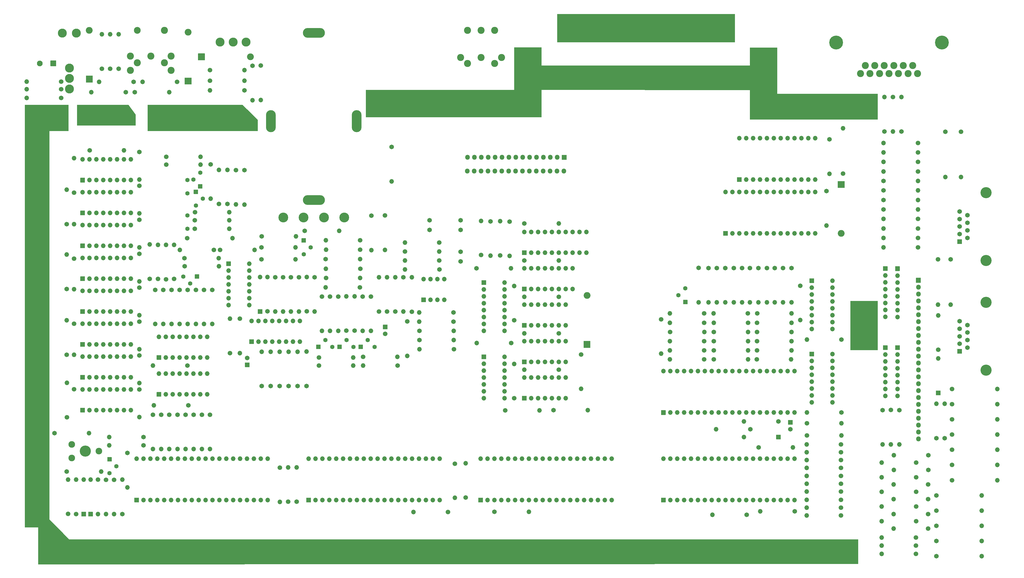
<source format=gbs>
G04 #@! TF.GenerationSoftware,KiCad,Pcbnew,(5.1.9-0-10_14)*
G04 #@! TF.CreationDate,2021-03-15T15:37:22+01:00*
G04 #@! TF.ProjectId,Atari800XL,41746172-6938-4303-9058-4c2e6b696361,rev?*
G04 #@! TF.SameCoordinates,Original*
G04 #@! TF.FileFunction,Soldermask,Bot*
G04 #@! TF.FilePolarity,Negative*
%FSLAX46Y46*%
G04 Gerber Fmt 4.6, Leading zero omitted, Abs format (unit mm)*
G04 Created by KiCad (PCBNEW (5.1.9-0-10_14)) date 2021-03-15 15:37:22*
%MOMM*%
%LPD*%
G01*
G04 APERTURE LIST*
%ADD10C,0.100000*%
%ADD11O,1.702000X1.702000*%
%ADD12C,1.702000*%
%ADD13C,4.102000*%
%ADD14C,3.302000*%
%ADD15C,1.602000*%
%ADD16C,3.602000*%
%ADD17O,3.602000X8.102000*%
%ADD18O,8.102000X3.602000*%
%ADD19C,2.602000*%
%ADD20C,5.102000*%
%ADD21C,2.442000*%
%ADD22O,1.802000X1.802000*%
%ADD23C,2.502000*%
%ADD24O,2.502000X2.502000*%
%ADD25C,2.102000*%
G04 APERTURE END LIST*
D10*
G36*
X221700000Y-47700000D02*
G01*
X298500000Y-47700000D01*
X298500000Y-41100000D01*
X308500000Y-41100000D01*
X308500000Y-58100000D01*
X345500000Y-58100000D01*
X345500000Y-67500000D01*
X298500000Y-67500000D01*
X298500000Y-56700000D01*
X221700000Y-56600000D01*
X221700000Y-66700000D01*
X157100000Y-66700000D01*
X157100000Y-56700000D01*
X211700000Y-56700000D01*
X211700000Y-41000000D01*
X221700000Y-41000000D01*
X221700000Y-47700000D01*
G37*
X221700000Y-47700000D02*
X298500000Y-47700000D01*
X298500000Y-41100000D01*
X308500000Y-41100000D01*
X308500000Y-58100000D01*
X345500000Y-58100000D01*
X345500000Y-67500000D01*
X298500000Y-67500000D01*
X298500000Y-56700000D01*
X221700000Y-56600000D01*
X221700000Y-66700000D01*
X157100000Y-66700000D01*
X157100000Y-56700000D01*
X211700000Y-56700000D01*
X211700000Y-41000000D01*
X221700000Y-41000000D01*
X221700000Y-47700000D01*
G36*
X345500000Y-152400000D02*
G01*
X335500000Y-152400000D01*
X335500000Y-134400000D01*
X345500000Y-134400000D01*
X345500000Y-152400000D01*
G37*
X345500000Y-152400000D02*
X335500000Y-152400000D01*
X335500000Y-134400000D01*
X345500000Y-134400000D01*
X345500000Y-152400000D01*
G36*
X117200000Y-67700000D02*
G01*
X117200000Y-71700000D01*
X76700000Y-71700000D01*
X76700000Y-62200000D01*
X111600000Y-62200000D01*
X117200000Y-67700000D01*
G37*
X117200000Y-67700000D02*
X117200000Y-71700000D01*
X76700000Y-71700000D01*
X76700000Y-62200000D01*
X111600000Y-62200000D01*
X117200000Y-67700000D01*
G36*
X72200000Y-65700000D02*
G01*
X72200000Y-69700000D01*
X50700000Y-69700000D01*
X50700000Y-62200000D01*
X69600000Y-62200000D01*
X72200000Y-65700000D01*
G37*
X72200000Y-65700000D02*
X72200000Y-69700000D01*
X50700000Y-69700000D01*
X50700000Y-62200000D01*
X69600000Y-62200000D01*
X72200000Y-65700000D01*
G36*
X292900000Y-39100000D02*
G01*
X227500000Y-39100000D01*
X227500000Y-28700000D01*
X292900000Y-28700000D01*
X292900000Y-39100000D01*
G37*
X292900000Y-39100000D02*
X227500000Y-39100000D01*
X227500000Y-28700000D01*
X292900000Y-28700000D01*
X292900000Y-39100000D01*
G36*
X47500000Y-71700000D02*
G01*
X40500000Y-71700000D01*
X40500000Y-214800000D01*
X47800000Y-222200000D01*
X338300000Y-222200000D01*
X338300000Y-231200000D01*
X36400000Y-231300000D01*
X36400000Y-217700000D01*
X31500000Y-217700000D01*
X31500000Y-62200000D01*
X47500000Y-62200000D01*
X47500000Y-71700000D01*
G37*
X47500000Y-71700000D02*
X40500000Y-71700000D01*
X40500000Y-214800000D01*
X47800000Y-222200000D01*
X338300000Y-222200000D01*
X338300000Y-231200000D01*
X36400000Y-231300000D01*
X36400000Y-217700000D01*
X31500000Y-217700000D01*
X31500000Y-62200000D01*
X47500000Y-62200000D01*
X47500000Y-71700000D01*
G36*
X221700000Y-47700000D02*
G01*
X298500000Y-47700000D01*
X298500000Y-41100000D01*
X308500000Y-41100000D01*
X308500000Y-58100000D01*
X345500000Y-58100000D01*
X345500000Y-67500000D01*
X298500000Y-67500000D01*
X298500000Y-56700000D01*
X221700000Y-56600000D01*
X221700000Y-66700000D01*
X157100000Y-66700000D01*
X157100000Y-56700000D01*
X211700000Y-56700000D01*
X211700000Y-41000000D01*
X221700000Y-41000000D01*
X221700000Y-47700000D01*
G37*
X221700000Y-47700000D02*
X298500000Y-47700000D01*
X298500000Y-41100000D01*
X308500000Y-41100000D01*
X308500000Y-58100000D01*
X345500000Y-58100000D01*
X345500000Y-67500000D01*
X298500000Y-67500000D01*
X298500000Y-56700000D01*
X221700000Y-56600000D01*
X221700000Y-66700000D01*
X157100000Y-66700000D01*
X157100000Y-56700000D01*
X211700000Y-56700000D01*
X211700000Y-41000000D01*
X221700000Y-41000000D01*
X221700000Y-47700000D01*
G36*
X345500000Y-152400000D02*
G01*
X335500000Y-152400000D01*
X335500000Y-134400000D01*
X345500000Y-134400000D01*
X345500000Y-152400000D01*
G37*
X345500000Y-152400000D02*
X335500000Y-152400000D01*
X335500000Y-134400000D01*
X345500000Y-134400000D01*
X345500000Y-152400000D01*
G36*
X117200000Y-67700000D02*
G01*
X117200000Y-71700000D01*
X76700000Y-71700000D01*
X76700000Y-62200000D01*
X111600000Y-62200000D01*
X117200000Y-67700000D01*
G37*
X117200000Y-67700000D02*
X117200000Y-71700000D01*
X76700000Y-71700000D01*
X76700000Y-62200000D01*
X111600000Y-62200000D01*
X117200000Y-67700000D01*
G36*
X72200000Y-65700000D02*
G01*
X72200000Y-69700000D01*
X50700000Y-69700000D01*
X50700000Y-62200000D01*
X69600000Y-62200000D01*
X72200000Y-65700000D01*
G37*
X72200000Y-65700000D02*
X72200000Y-69700000D01*
X50700000Y-69700000D01*
X50700000Y-62200000D01*
X69600000Y-62200000D01*
X72200000Y-65700000D01*
G36*
X292900000Y-39100000D02*
G01*
X227500000Y-39100000D01*
X227500000Y-28700000D01*
X292900000Y-28700000D01*
X292900000Y-39100000D01*
G37*
X292900000Y-39100000D02*
X227500000Y-39100000D01*
X227500000Y-28700000D01*
X292900000Y-28700000D01*
X292900000Y-39100000D01*
G36*
X47500000Y-71700000D02*
G01*
X40500000Y-71700000D01*
X40500000Y-214800000D01*
X47800000Y-222200000D01*
X338300000Y-222200000D01*
X338300000Y-231200000D01*
X36400000Y-231300000D01*
X36400000Y-217700000D01*
X31500000Y-217700000D01*
X31500000Y-62200000D01*
X47500000Y-62200000D01*
X47500000Y-71700000D01*
G37*
X47500000Y-71700000D02*
X40500000Y-71700000D01*
X40500000Y-214800000D01*
X47800000Y-222200000D01*
X338300000Y-222200000D01*
X338300000Y-231200000D01*
X36400000Y-231300000D01*
X36400000Y-217700000D01*
X31500000Y-217700000D01*
X31500000Y-62200000D01*
X47500000Y-62200000D01*
X47500000Y-71700000D01*
D11*
X52800000Y-94380000D03*
X70580000Y-102000000D03*
X55340000Y-94380000D03*
X68040000Y-102000000D03*
X57880000Y-94380000D03*
X65500000Y-102000000D03*
X60420000Y-94380000D03*
X62960000Y-102000000D03*
X62960000Y-94380000D03*
X60420000Y-102000000D03*
X65500000Y-94380000D03*
X57880000Y-102000000D03*
X68040000Y-94380000D03*
X55340000Y-102000000D03*
X70580000Y-94380000D03*
G36*
G01*
X53600000Y-102851000D02*
X52000000Y-102851000D01*
G75*
G02*
X51949000Y-102800000I0J51000D01*
G01*
X51949000Y-101200000D01*
G75*
G02*
X52000000Y-101149000I51000J0D01*
G01*
X53600000Y-101149000D01*
G75*
G02*
X53651000Y-101200000I0J-51000D01*
G01*
X53651000Y-102800000D01*
G75*
G02*
X53600000Y-102851000I-51000J0D01*
G01*
G37*
X136000000Y-192460000D03*
X184260000Y-207700000D03*
X138540000Y-192460000D03*
X181720000Y-207700000D03*
X141080000Y-192460000D03*
X179180000Y-207700000D03*
X143620000Y-192460000D03*
X176640000Y-207700000D03*
X146160000Y-192460000D03*
X174100000Y-207700000D03*
X148700000Y-192460000D03*
X171560000Y-207700000D03*
X151240000Y-192460000D03*
X169020000Y-207700000D03*
X153780000Y-192460000D03*
X166480000Y-207700000D03*
X156320000Y-192460000D03*
X163940000Y-207700000D03*
X158860000Y-192460000D03*
X161400000Y-207700000D03*
X161400000Y-192460000D03*
X158860000Y-207700000D03*
X163940000Y-192460000D03*
X156320000Y-207700000D03*
X166480000Y-192460000D03*
X153780000Y-207700000D03*
X169020000Y-192460000D03*
X151240000Y-207700000D03*
X171560000Y-192460000D03*
X148700000Y-207700000D03*
X174100000Y-192460000D03*
X146160000Y-207700000D03*
X176640000Y-192460000D03*
X143620000Y-207700000D03*
X179180000Y-192460000D03*
X141080000Y-207700000D03*
X181720000Y-192460000D03*
X138540000Y-207700000D03*
X184260000Y-192460000D03*
G36*
G01*
X136800000Y-208551000D02*
X135200000Y-208551000D01*
G75*
G02*
X135149000Y-208500000I0J51000D01*
G01*
X135149000Y-206900000D01*
G75*
G02*
X135200000Y-206849000I51000J0D01*
G01*
X136800000Y-206849000D01*
G75*
G02*
X136851000Y-206900000I0J-51000D01*
G01*
X136851000Y-208500000D01*
G75*
G02*
X136800000Y-208551000I-51000J0D01*
G01*
G37*
X269000000Y-155900000D03*
D12*
X281600000Y-155900000D03*
D11*
X269000000Y-142400000D03*
D12*
X281600000Y-142400000D03*
D11*
X351400000Y-218200000D03*
D12*
X364100000Y-218200000D03*
D11*
X319400000Y-204600000D03*
D12*
X332000000Y-204600000D03*
D11*
X350400000Y-187200000D03*
D12*
X350400000Y-174500000D03*
D11*
X389600000Y-200400000D03*
D12*
X372900000Y-200400000D03*
D11*
X389600000Y-194800000D03*
D12*
X372900000Y-194800000D03*
D11*
X389600000Y-183600000D03*
D12*
X372900000Y-183600000D03*
D11*
X389600000Y-189200000D03*
D12*
X372900000Y-189200000D03*
D13*
X385400000Y-94500000D03*
X385400000Y-119500000D03*
D12*
X378540000Y-102845000D03*
X378540000Y-105615000D03*
X378540000Y-108385000D03*
X378540000Y-111155000D03*
X375700000Y-101460000D03*
X375700000Y-104230000D03*
X375700000Y-107000000D03*
X375700000Y-109770000D03*
G36*
G01*
X376500000Y-113391000D02*
X374900000Y-113391000D01*
G75*
G02*
X374849000Y-113340000I0J51000D01*
G01*
X374849000Y-111740000D01*
G75*
G02*
X374900000Y-111689000I51000J0D01*
G01*
X376500000Y-111689000D01*
G75*
G02*
X376551000Y-111740000I0J-51000D01*
G01*
X376551000Y-113340000D01*
G75*
G02*
X376500000Y-113391000I-51000J0D01*
G01*
G37*
D11*
X352800000Y-169360000D03*
X352800000Y-166820000D03*
X352800000Y-164280000D03*
X352800000Y-161740000D03*
X352800000Y-159200000D03*
X352800000Y-156660000D03*
X352800000Y-154120000D03*
G36*
G01*
X352000000Y-150729000D02*
X353600000Y-150729000D01*
G75*
G02*
X353651000Y-150780000I0J-51000D01*
G01*
X353651000Y-152380000D01*
G75*
G02*
X353600000Y-152431000I-51000J0D01*
G01*
X352000000Y-152431000D01*
G75*
G02*
X351949000Y-152380000I0J51000D01*
G01*
X351949000Y-150780000D01*
G75*
G02*
X352000000Y-150729000I51000J0D01*
G01*
G37*
D14*
X50450000Y-35800000D03*
X45350000Y-35800000D03*
X47900000Y-48600000D03*
X47900000Y-52400000D03*
X47900000Y-56300000D03*
D11*
X73700000Y-139660000D03*
D12*
X73700000Y-129500000D03*
D11*
X73700000Y-152160000D03*
D12*
X73700000Y-142000000D03*
D11*
X73700000Y-164660000D03*
D12*
X73700000Y-154500000D03*
D11*
X73700000Y-177160000D03*
D12*
X73700000Y-167000000D03*
D11*
X73700000Y-127160000D03*
D12*
X73700000Y-117000000D03*
D11*
X73700000Y-114660000D03*
D12*
X73700000Y-104500000D03*
D11*
X73700000Y-102160000D03*
D12*
X73700000Y-92000000D03*
D11*
X73700000Y-89660000D03*
D12*
X73700000Y-79500000D03*
G36*
G01*
X96901000Y-91450000D02*
X96901000Y-92950000D01*
G75*
G02*
X96850000Y-93001000I-51000J0D01*
G01*
X95350000Y-93001000D01*
G75*
G02*
X95299000Y-92950000I0J51000D01*
G01*
X95299000Y-91450000D01*
G75*
G02*
X95350000Y-91399000I51000J0D01*
G01*
X96850000Y-91399000D01*
G75*
G02*
X96901000Y-91450000I0J-51000D01*
G01*
G37*
D15*
X96100000Y-87120000D03*
X93560000Y-89660000D03*
G36*
G01*
X93699000Y-94950000D02*
X93699000Y-93450000D01*
G75*
G02*
X93750000Y-93399000I51000J0D01*
G01*
X95250000Y-93399000D01*
G75*
G02*
X95301000Y-93450000I0J-51000D01*
G01*
X95301000Y-94950000D01*
G75*
G02*
X95250000Y-95001000I-51000J0D01*
G01*
X93750000Y-95001000D01*
G75*
G02*
X93699000Y-94950000I0J51000D01*
G01*
G37*
X94500000Y-99280000D03*
X97040000Y-96740000D03*
D11*
X313800000Y-139000000D03*
D12*
X301200000Y-139000000D03*
D16*
X149150000Y-103700000D03*
X141650000Y-103700000D03*
X134150000Y-103700000D03*
X126650000Y-103700000D03*
D17*
X122100000Y-68200000D03*
X153700000Y-68200000D03*
D18*
X137900000Y-97200000D03*
X137900000Y-35700000D03*
G36*
G01*
X275501000Y-134050000D02*
X275501000Y-135550000D01*
G75*
G02*
X275450000Y-135601000I-51000J0D01*
G01*
X273950000Y-135601000D01*
G75*
G02*
X273899000Y-135550000I0J51000D01*
G01*
X273899000Y-134050000D01*
G75*
G02*
X273950000Y-133999000I51000J0D01*
G01*
X275450000Y-133999000D01*
G75*
G02*
X275501000Y-134050000I0J-51000D01*
G01*
G37*
D15*
X274700000Y-129720000D03*
X272160000Y-132260000D03*
D11*
X332200000Y-183900000D03*
D12*
X319500000Y-183900000D03*
D19*
X360200000Y-50700000D03*
X356700000Y-50700000D03*
X353200000Y-50700000D03*
X349700000Y-50700000D03*
X346200000Y-50700000D03*
X342700000Y-50700000D03*
X339200000Y-50700000D03*
X358450000Y-47700000D03*
X354950000Y-47700000D03*
X351450000Y-47700000D03*
X347950000Y-47700000D03*
X344450000Y-47700000D03*
X340950000Y-47700000D03*
D20*
X369200000Y-39200000D03*
X330200000Y-39200000D03*
D15*
X91350000Y-107800000D03*
X91350000Y-102900000D03*
X91350000Y-94800000D03*
X91350000Y-89900000D03*
D11*
X106800000Y-101700000D03*
D12*
X94200000Y-101700000D03*
D11*
X215400000Y-135780000D03*
X230640000Y-143400000D03*
X217940000Y-135780000D03*
X228100000Y-143400000D03*
X220480000Y-135780000D03*
X225560000Y-143400000D03*
X223020000Y-135780000D03*
X223020000Y-143400000D03*
X225560000Y-135780000D03*
X220480000Y-143400000D03*
X228100000Y-135780000D03*
X217940000Y-143400000D03*
X230640000Y-135780000D03*
G36*
G01*
X216200000Y-144251000D02*
X214600000Y-144251000D01*
G75*
G02*
X214549000Y-144200000I0J51000D01*
G01*
X214549000Y-142600000D01*
G75*
G02*
X214600000Y-142549000I51000J0D01*
G01*
X216200000Y-142549000D01*
G75*
G02*
X216251000Y-142600000I0J-51000D01*
G01*
X216251000Y-144200000D01*
G75*
G02*
X216200000Y-144251000I-51000J0D01*
G01*
G37*
X208120000Y-154960000D03*
X200500000Y-170200000D03*
X208120000Y-157500000D03*
X200500000Y-167660000D03*
X208120000Y-160040000D03*
X200500000Y-165120000D03*
X208120000Y-162580000D03*
X200500000Y-162580000D03*
X208120000Y-165120000D03*
X200500000Y-160040000D03*
X208120000Y-167660000D03*
X200500000Y-157500000D03*
X208120000Y-170200000D03*
G36*
G01*
X199649000Y-155760000D02*
X199649000Y-154160000D01*
G75*
G02*
X199700000Y-154109000I51000J0D01*
G01*
X201300000Y-154109000D01*
G75*
G02*
X201351000Y-154160000I0J-51000D01*
G01*
X201351000Y-155760000D01*
G75*
G02*
X201300000Y-155811000I-51000J0D01*
G01*
X199700000Y-155811000D01*
G75*
G02*
X199649000Y-155760000I0J51000D01*
G01*
G37*
X208120000Y-127620000D03*
X200500000Y-145400000D03*
X208120000Y-130160000D03*
X200500000Y-142860000D03*
X208120000Y-132700000D03*
X200500000Y-140320000D03*
X208120000Y-135240000D03*
X200500000Y-137780000D03*
X208120000Y-137780000D03*
X200500000Y-135240000D03*
X208120000Y-140320000D03*
X200500000Y-132700000D03*
X208120000Y-142860000D03*
X200500000Y-130160000D03*
X208120000Y-145400000D03*
G36*
G01*
X199649000Y-128420000D02*
X199649000Y-126820000D01*
G75*
G02*
X199700000Y-126769000I51000J0D01*
G01*
X201300000Y-126769000D01*
G75*
G02*
X201351000Y-126820000I0J-51000D01*
G01*
X201351000Y-128420000D01*
G75*
G02*
X201300000Y-128471000I-51000J0D01*
G01*
X199700000Y-128471000D01*
G75*
G02*
X199649000Y-128420000I0J51000D01*
G01*
G37*
X80900000Y-147580000D03*
X98680000Y-155200000D03*
X83440000Y-147580000D03*
X96140000Y-155200000D03*
X85980000Y-147580000D03*
X93600000Y-155200000D03*
X88520000Y-147580000D03*
X91060000Y-155200000D03*
X91060000Y-147580000D03*
X88520000Y-155200000D03*
X93600000Y-147580000D03*
X85980000Y-155200000D03*
X96140000Y-147580000D03*
X83440000Y-155200000D03*
X98680000Y-147580000D03*
G36*
G01*
X81700000Y-156051000D02*
X80100000Y-156051000D01*
G75*
G02*
X80049000Y-156000000I0J51000D01*
G01*
X80049000Y-154400000D01*
G75*
G02*
X80100000Y-154349000I51000J0D01*
G01*
X81700000Y-154349000D01*
G75*
G02*
X81751000Y-154400000I0J-51000D01*
G01*
X81751000Y-156000000D01*
G75*
G02*
X81700000Y-156051000I-51000J0D01*
G01*
G37*
X80900000Y-161180000D03*
X98680000Y-168800000D03*
X83440000Y-161180000D03*
X96140000Y-168800000D03*
X85980000Y-161180000D03*
X93600000Y-168800000D03*
X88520000Y-161180000D03*
X91060000Y-168800000D03*
X91060000Y-161180000D03*
X88520000Y-168800000D03*
X93600000Y-161180000D03*
X85980000Y-168800000D03*
X96140000Y-161180000D03*
X83440000Y-168800000D03*
X98680000Y-161180000D03*
G36*
G01*
X81700000Y-169651000D02*
X80100000Y-169651000D01*
G75*
G02*
X80049000Y-169600000I0J51000D01*
G01*
X80049000Y-168000000D01*
G75*
G02*
X80100000Y-167949000I51000J0D01*
G01*
X81700000Y-167949000D01*
G75*
G02*
X81751000Y-168000000I0J-51000D01*
G01*
X81751000Y-169600000D01*
G75*
G02*
X81700000Y-169651000I-51000J0D01*
G01*
G37*
X328900000Y-126920000D03*
X321280000Y-144700000D03*
X328900000Y-129460000D03*
X321280000Y-142160000D03*
X328900000Y-132000000D03*
X321280000Y-139620000D03*
X328900000Y-134540000D03*
X321280000Y-137080000D03*
X328900000Y-137080000D03*
X321280000Y-134540000D03*
X328900000Y-139620000D03*
X321280000Y-132000000D03*
X328900000Y-142160000D03*
X321280000Y-129460000D03*
X328900000Y-144700000D03*
G36*
G01*
X320429000Y-127720000D02*
X320429000Y-126120000D01*
G75*
G02*
X320480000Y-126069000I51000J0D01*
G01*
X322080000Y-126069000D01*
G75*
G02*
X322131000Y-126120000I0J-51000D01*
G01*
X322131000Y-127720000D01*
G75*
G02*
X322080000Y-127771000I-51000J0D01*
G01*
X320480000Y-127771000D01*
G75*
G02*
X320429000Y-127720000I0J51000D01*
G01*
G37*
X328900000Y-153920000D03*
X321280000Y-171700000D03*
X328900000Y-156460000D03*
X321280000Y-169160000D03*
X328900000Y-159000000D03*
X321280000Y-166620000D03*
X328900000Y-161540000D03*
X321280000Y-164080000D03*
X328900000Y-164080000D03*
X321280000Y-161540000D03*
X328900000Y-166620000D03*
X321280000Y-159000000D03*
X328900000Y-169160000D03*
X321280000Y-156460000D03*
X328900000Y-171700000D03*
G36*
G01*
X320429000Y-154720000D02*
X320429000Y-153120000D01*
G75*
G02*
X320480000Y-153069000I51000J0D01*
G01*
X322080000Y-153069000D01*
G75*
G02*
X322131000Y-153120000I0J-51000D01*
G01*
X322131000Y-154720000D01*
G75*
G02*
X322080000Y-154771000I-51000J0D01*
G01*
X320480000Y-154771000D01*
G75*
G02*
X320429000Y-154720000I0J51000D01*
G01*
G37*
X266600000Y-192460000D03*
X314860000Y-207700000D03*
X269140000Y-192460000D03*
X312320000Y-207700000D03*
X271680000Y-192460000D03*
X309780000Y-207700000D03*
X274220000Y-192460000D03*
X307240000Y-207700000D03*
X276760000Y-192460000D03*
X304700000Y-207700000D03*
X279300000Y-192460000D03*
X302160000Y-207700000D03*
X281840000Y-192460000D03*
X299620000Y-207700000D03*
X284380000Y-192460000D03*
X297080000Y-207700000D03*
X286920000Y-192460000D03*
X294540000Y-207700000D03*
X289460000Y-192460000D03*
X292000000Y-207700000D03*
X292000000Y-192460000D03*
X289460000Y-207700000D03*
X294540000Y-192460000D03*
X286920000Y-207700000D03*
X297080000Y-192460000D03*
X284380000Y-207700000D03*
X299620000Y-192460000D03*
X281840000Y-207700000D03*
X302160000Y-192460000D03*
X279300000Y-207700000D03*
X304700000Y-192460000D03*
X276760000Y-207700000D03*
X307240000Y-192460000D03*
X274220000Y-207700000D03*
X309780000Y-192460000D03*
X271680000Y-207700000D03*
X312320000Y-192460000D03*
X269140000Y-207700000D03*
X314860000Y-192460000D03*
G36*
G01*
X267400000Y-208551000D02*
X265800000Y-208551000D01*
G75*
G02*
X265749000Y-208500000I0J51000D01*
G01*
X265749000Y-206900000D01*
G75*
G02*
X265800000Y-206849000I51000J0D01*
G01*
X267400000Y-206849000D01*
G75*
G02*
X267451000Y-206900000I0J-51000D01*
G01*
X267451000Y-208500000D01*
G75*
G02*
X267400000Y-208551000I-51000J0D01*
G01*
G37*
X266600000Y-160260000D03*
X314860000Y-175500000D03*
X269140000Y-160260000D03*
X312320000Y-175500000D03*
X271680000Y-160260000D03*
X309780000Y-175500000D03*
X274220000Y-160260000D03*
X307240000Y-175500000D03*
X276760000Y-160260000D03*
X304700000Y-175500000D03*
X279300000Y-160260000D03*
X302160000Y-175500000D03*
X281840000Y-160260000D03*
X299620000Y-175500000D03*
X284380000Y-160260000D03*
X297080000Y-175500000D03*
X286920000Y-160260000D03*
X294540000Y-175500000D03*
X289460000Y-160260000D03*
X292000000Y-175500000D03*
X292000000Y-160260000D03*
X289460000Y-175500000D03*
X294540000Y-160260000D03*
X286920000Y-175500000D03*
X297080000Y-160260000D03*
X284380000Y-175500000D03*
X299620000Y-160260000D03*
X281840000Y-175500000D03*
X302160000Y-160260000D03*
X279300000Y-175500000D03*
X304700000Y-160260000D03*
X276760000Y-175500000D03*
X307240000Y-160260000D03*
X274220000Y-175500000D03*
X309780000Y-160260000D03*
X271680000Y-175500000D03*
X312320000Y-160260000D03*
X269140000Y-175500000D03*
X314860000Y-160260000D03*
G36*
G01*
X267400000Y-176351000D02*
X265800000Y-176351000D01*
G75*
G02*
X265749000Y-176300000I0J51000D01*
G01*
X265749000Y-174700000D01*
G75*
G02*
X265800000Y-174649000I51000J0D01*
G01*
X267400000Y-174649000D01*
G75*
G02*
X267451000Y-174700000I0J-51000D01*
G01*
X267451000Y-176300000D01*
G75*
G02*
X267400000Y-176351000I-51000J0D01*
G01*
G37*
X114120000Y-120660000D03*
X106500000Y-135900000D03*
X114120000Y-123200000D03*
X106500000Y-133360000D03*
X114120000Y-125740000D03*
X106500000Y-130820000D03*
X114120000Y-128280000D03*
X106500000Y-128280000D03*
X114120000Y-130820000D03*
X106500000Y-125740000D03*
X114120000Y-133360000D03*
X106500000Y-123200000D03*
X114120000Y-135900000D03*
G36*
G01*
X105649000Y-121460000D02*
X105649000Y-119860000D01*
G75*
G02*
X105700000Y-119809000I51000J0D01*
G01*
X107300000Y-119809000D01*
G75*
G02*
X107351000Y-119860000I0J-51000D01*
G01*
X107351000Y-121460000D01*
G75*
G02*
X107300000Y-121511000I-51000J0D01*
G01*
X105700000Y-121511000D01*
G75*
G02*
X105649000Y-121460000I0J51000D01*
G01*
G37*
G36*
G01*
X115800000Y-150251000D02*
X114200000Y-150251000D01*
G75*
G02*
X114149000Y-150200000I0J51000D01*
G01*
X114149000Y-148600000D01*
G75*
G02*
X114200000Y-148549000I51000J0D01*
G01*
X115800000Y-148549000D01*
G75*
G02*
X115851000Y-148600000I0J-51000D01*
G01*
X115851000Y-150200000D01*
G75*
G02*
X115800000Y-150251000I-51000J0D01*
G01*
G37*
X132780000Y-141780000D03*
X117540000Y-149400000D03*
X130240000Y-141780000D03*
X120080000Y-149400000D03*
X127700000Y-141780000D03*
X122620000Y-149400000D03*
X125160000Y-141780000D03*
X125160000Y-149400000D03*
X122620000Y-141780000D03*
X127700000Y-149400000D03*
X120080000Y-141780000D03*
X130240000Y-149400000D03*
X117540000Y-141780000D03*
X132780000Y-149400000D03*
X115000000Y-141780000D03*
G36*
G01*
X216200000Y-157651000D02*
X214600000Y-157651000D01*
G75*
G02*
X214549000Y-157600000I0J51000D01*
G01*
X214549000Y-156000000D01*
G75*
G02*
X214600000Y-155949000I51000J0D01*
G01*
X216200000Y-155949000D01*
G75*
G02*
X216251000Y-156000000I0J-51000D01*
G01*
X216251000Y-157600000D01*
G75*
G02*
X216200000Y-157651000I-51000J0D01*
G01*
G37*
X230640000Y-149180000D03*
X217940000Y-156800000D03*
X228100000Y-149180000D03*
X220480000Y-156800000D03*
X225560000Y-149180000D03*
X223020000Y-156800000D03*
X223020000Y-149180000D03*
X225560000Y-156800000D03*
X220480000Y-149180000D03*
X228100000Y-156800000D03*
X217940000Y-149180000D03*
X230640000Y-156800000D03*
X215400000Y-149180000D03*
X215400000Y-162580000D03*
X230640000Y-170200000D03*
X217940000Y-162580000D03*
X228100000Y-170200000D03*
X220480000Y-162580000D03*
X225560000Y-170200000D03*
X223020000Y-162580000D03*
X223020000Y-170200000D03*
X225560000Y-162580000D03*
X220480000Y-170200000D03*
X228100000Y-162580000D03*
X217940000Y-170200000D03*
X230640000Y-162580000D03*
G36*
G01*
X216200000Y-171051000D02*
X214600000Y-171051000D01*
G75*
G02*
X214549000Y-171000000I0J51000D01*
G01*
X214549000Y-169400000D01*
G75*
G02*
X214600000Y-169349000I51000J0D01*
G01*
X216200000Y-169349000D01*
G75*
G02*
X216251000Y-169400000I0J-51000D01*
G01*
X216251000Y-171000000D01*
G75*
G02*
X216200000Y-171051000I-51000J0D01*
G01*
G37*
X72700000Y-192460000D03*
X120960000Y-207700000D03*
X75240000Y-192460000D03*
X118420000Y-207700000D03*
X77780000Y-192460000D03*
X115880000Y-207700000D03*
X80320000Y-192460000D03*
X113340000Y-207700000D03*
X82860000Y-192460000D03*
X110800000Y-207700000D03*
X85400000Y-192460000D03*
X108260000Y-207700000D03*
X87940000Y-192460000D03*
X105720000Y-207700000D03*
X90480000Y-192460000D03*
X103180000Y-207700000D03*
X93020000Y-192460000D03*
X100640000Y-207700000D03*
X95560000Y-192460000D03*
X98100000Y-207700000D03*
X98100000Y-192460000D03*
X95560000Y-207700000D03*
X100640000Y-192460000D03*
X93020000Y-207700000D03*
X103180000Y-192460000D03*
X90480000Y-207700000D03*
X105720000Y-192460000D03*
X87940000Y-207700000D03*
X108260000Y-192460000D03*
X85400000Y-207700000D03*
X110800000Y-192460000D03*
X82860000Y-207700000D03*
X113340000Y-192460000D03*
X80320000Y-207700000D03*
X115880000Y-192460000D03*
X77780000Y-207700000D03*
X118420000Y-192460000D03*
X75240000Y-207700000D03*
X120960000Y-192460000D03*
G36*
G01*
X73500000Y-208551000D02*
X71900000Y-208551000D01*
G75*
G02*
X71849000Y-208500000I0J51000D01*
G01*
X71849000Y-206900000D01*
G75*
G02*
X71900000Y-206849000I51000J0D01*
G01*
X73500000Y-206849000D01*
G75*
G02*
X73551000Y-206900000I0J-51000D01*
G01*
X73551000Y-208500000D01*
G75*
G02*
X73500000Y-208551000I-51000J0D01*
G01*
G37*
X52800000Y-130680000D03*
X70580000Y-138300000D03*
X55340000Y-130680000D03*
X68040000Y-138300000D03*
X57880000Y-130680000D03*
X65500000Y-138300000D03*
X60420000Y-130680000D03*
X62960000Y-138300000D03*
X62960000Y-130680000D03*
X60420000Y-138300000D03*
X65500000Y-130680000D03*
X57880000Y-138300000D03*
X68040000Y-130680000D03*
X55340000Y-138300000D03*
X70580000Y-130680000D03*
G36*
G01*
X53600000Y-139151000D02*
X52000000Y-139151000D01*
G75*
G02*
X51949000Y-139100000I0J51000D01*
G01*
X51949000Y-137500000D01*
G75*
G02*
X52000000Y-137449000I51000J0D01*
G01*
X53600000Y-137449000D01*
G75*
G02*
X53651000Y-137500000I0J-51000D01*
G01*
X53651000Y-139100000D01*
G75*
G02*
X53600000Y-139151000I-51000J0D01*
G01*
G37*
X52800000Y-142780000D03*
X70580000Y-150400000D03*
X55340000Y-142780000D03*
X68040000Y-150400000D03*
X57880000Y-142780000D03*
X65500000Y-150400000D03*
X60420000Y-142780000D03*
X62960000Y-150400000D03*
X62960000Y-142780000D03*
X60420000Y-150400000D03*
X65500000Y-142780000D03*
X57880000Y-150400000D03*
X68040000Y-142780000D03*
X55340000Y-150400000D03*
X70580000Y-142780000D03*
G36*
G01*
X53600000Y-151251000D02*
X52000000Y-151251000D01*
G75*
G02*
X51949000Y-151200000I0J51000D01*
G01*
X51949000Y-149600000D01*
G75*
G02*
X52000000Y-149549000I51000J0D01*
G01*
X53600000Y-149549000D01*
G75*
G02*
X53651000Y-149600000I0J-51000D01*
G01*
X53651000Y-151200000D01*
G75*
G02*
X53600000Y-151251000I-51000J0D01*
G01*
G37*
X52800000Y-154880000D03*
X70580000Y-162500000D03*
X55340000Y-154880000D03*
X68040000Y-162500000D03*
X57880000Y-154880000D03*
X65500000Y-162500000D03*
X60420000Y-154880000D03*
X62960000Y-162500000D03*
X62960000Y-154880000D03*
X60420000Y-162500000D03*
X65500000Y-154880000D03*
X57880000Y-162500000D03*
X68040000Y-154880000D03*
X55340000Y-162500000D03*
X70580000Y-154880000D03*
G36*
G01*
X53600000Y-163351000D02*
X52000000Y-163351000D01*
G75*
G02*
X51949000Y-163300000I0J51000D01*
G01*
X51949000Y-161700000D01*
G75*
G02*
X52000000Y-161649000I51000J0D01*
G01*
X53600000Y-161649000D01*
G75*
G02*
X53651000Y-161700000I0J-51000D01*
G01*
X53651000Y-163300000D01*
G75*
G02*
X53600000Y-163351000I-51000J0D01*
G01*
G37*
X52800000Y-166980000D03*
X70580000Y-174600000D03*
X55340000Y-166980000D03*
X68040000Y-174600000D03*
X57880000Y-166980000D03*
X65500000Y-174600000D03*
X60420000Y-166980000D03*
X62960000Y-174600000D03*
X62960000Y-166980000D03*
X60420000Y-174600000D03*
X65500000Y-166980000D03*
X57880000Y-174600000D03*
X68040000Y-166980000D03*
X55340000Y-174600000D03*
X70580000Y-166980000D03*
G36*
G01*
X53600000Y-175451000D02*
X52000000Y-175451000D01*
G75*
G02*
X51949000Y-175400000I0J51000D01*
G01*
X51949000Y-173800000D01*
G75*
G02*
X52000000Y-173749000I51000J0D01*
G01*
X53600000Y-173749000D01*
G75*
G02*
X53651000Y-173800000I0J-51000D01*
G01*
X53651000Y-175400000D01*
G75*
G02*
X53600000Y-175451000I-51000J0D01*
G01*
G37*
X52800000Y-118580000D03*
X70580000Y-126200000D03*
X55340000Y-118580000D03*
X68040000Y-126200000D03*
X57880000Y-118580000D03*
X65500000Y-126200000D03*
X60420000Y-118580000D03*
X62960000Y-126200000D03*
X62960000Y-118580000D03*
X60420000Y-126200000D03*
X65500000Y-118580000D03*
X57880000Y-126200000D03*
X68040000Y-118580000D03*
X55340000Y-126200000D03*
X70580000Y-118580000D03*
G36*
G01*
X53600000Y-127051000D02*
X52000000Y-127051000D01*
G75*
G02*
X51949000Y-127000000I0J51000D01*
G01*
X51949000Y-125400000D01*
G75*
G02*
X52000000Y-125349000I51000J0D01*
G01*
X53600000Y-125349000D01*
G75*
G02*
X53651000Y-125400000I0J-51000D01*
G01*
X53651000Y-127000000D01*
G75*
G02*
X53600000Y-127051000I-51000J0D01*
G01*
G37*
X52800000Y-106480000D03*
X70580000Y-114100000D03*
X55340000Y-106480000D03*
X68040000Y-114100000D03*
X57880000Y-106480000D03*
X65500000Y-114100000D03*
X60420000Y-106480000D03*
X62960000Y-114100000D03*
X62960000Y-106480000D03*
X60420000Y-114100000D03*
X65500000Y-106480000D03*
X57880000Y-114100000D03*
X68040000Y-106480000D03*
X55340000Y-114100000D03*
X70580000Y-106480000D03*
G36*
G01*
X53600000Y-114951000D02*
X52000000Y-114951000D01*
G75*
G02*
X51949000Y-114900000I0J51000D01*
G01*
X51949000Y-113300000D01*
G75*
G02*
X52000000Y-113249000I51000J0D01*
G01*
X53600000Y-113249000D01*
G75*
G02*
X53651000Y-113300000I0J-51000D01*
G01*
X53651000Y-114900000D01*
G75*
G02*
X53600000Y-114951000I-51000J0D01*
G01*
G37*
X52800000Y-82280000D03*
X70580000Y-89900000D03*
X55340000Y-82280000D03*
X68040000Y-89900000D03*
X57880000Y-82280000D03*
X65500000Y-89900000D03*
X60420000Y-82280000D03*
X62960000Y-89900000D03*
X62960000Y-82280000D03*
X60420000Y-89900000D03*
X65500000Y-82280000D03*
X57880000Y-89900000D03*
X68040000Y-82280000D03*
X55340000Y-89900000D03*
X70580000Y-82280000D03*
G36*
G01*
X53600000Y-90751000D02*
X52000000Y-90751000D01*
G75*
G02*
X51949000Y-90700000I0J51000D01*
G01*
X51949000Y-89100000D01*
G75*
G02*
X52000000Y-89049000I51000J0D01*
G01*
X53600000Y-89049000D01*
G75*
G02*
X53651000Y-89100000I0J-51000D01*
G01*
X53651000Y-90700000D01*
G75*
G02*
X53600000Y-90751000I-51000J0D01*
G01*
G37*
X199300000Y-192460000D03*
X247560000Y-207700000D03*
X201840000Y-192460000D03*
X245020000Y-207700000D03*
X204380000Y-192460000D03*
X242480000Y-207700000D03*
X206920000Y-192460000D03*
X239940000Y-207700000D03*
X209460000Y-192460000D03*
X237400000Y-207700000D03*
X212000000Y-192460000D03*
X234860000Y-207700000D03*
X214540000Y-192460000D03*
X232320000Y-207700000D03*
X217080000Y-192460000D03*
X229780000Y-207700000D03*
X219620000Y-192460000D03*
X227240000Y-207700000D03*
X222160000Y-192460000D03*
X224700000Y-207700000D03*
X224700000Y-192460000D03*
X222160000Y-207700000D03*
X227240000Y-192460000D03*
X219620000Y-207700000D03*
X229780000Y-192460000D03*
X217080000Y-207700000D03*
X232320000Y-192460000D03*
X214540000Y-207700000D03*
X234860000Y-192460000D03*
X212000000Y-207700000D03*
X237400000Y-192460000D03*
X209460000Y-207700000D03*
X239940000Y-192460000D03*
X206920000Y-207700000D03*
X242480000Y-192460000D03*
X204380000Y-207700000D03*
X245020000Y-192460000D03*
X201840000Y-207700000D03*
X247560000Y-192460000D03*
G36*
G01*
X200100000Y-208551000D02*
X198500000Y-208551000D01*
G75*
G02*
X198449000Y-208500000I0J51000D01*
G01*
X198449000Y-206900000D01*
G75*
G02*
X198500000Y-206849000I51000J0D01*
G01*
X200100000Y-206849000D01*
G75*
G02*
X200151000Y-206900000I0J-51000D01*
G01*
X200151000Y-208500000D01*
G75*
G02*
X200100000Y-208551000I-51000J0D01*
G01*
G37*
X289480000Y-94260000D03*
X322500000Y-109500000D03*
X292020000Y-94260000D03*
X319960000Y-109500000D03*
X294560000Y-94260000D03*
X317420000Y-109500000D03*
X297100000Y-94260000D03*
X314880000Y-109500000D03*
X299640000Y-94260000D03*
X312340000Y-109500000D03*
X302180000Y-94260000D03*
X309800000Y-109500000D03*
X304720000Y-94260000D03*
X307260000Y-109500000D03*
X307260000Y-94260000D03*
X304720000Y-109500000D03*
X309800000Y-94260000D03*
X302180000Y-109500000D03*
X312340000Y-94260000D03*
X299640000Y-109500000D03*
X314880000Y-94260000D03*
X297100000Y-109500000D03*
X317420000Y-94260000D03*
X294560000Y-109500000D03*
X319960000Y-94260000D03*
X292020000Y-109500000D03*
X322500000Y-94260000D03*
G36*
G01*
X290280000Y-110351000D02*
X288680000Y-110351000D01*
G75*
G02*
X288629000Y-110300000I0J51000D01*
G01*
X288629000Y-108700000D01*
G75*
G02*
X288680000Y-108649000I51000J0D01*
G01*
X290280000Y-108649000D01*
G75*
G02*
X290331000Y-108700000I0J-51000D01*
G01*
X290331000Y-110300000D01*
G75*
G02*
X290280000Y-110351000I-51000J0D01*
G01*
G37*
X294560000Y-74460000D03*
X322500000Y-89700000D03*
X297100000Y-74460000D03*
X319960000Y-89700000D03*
X299640000Y-74460000D03*
X317420000Y-89700000D03*
X302180000Y-74460000D03*
X314880000Y-89700000D03*
X304720000Y-74460000D03*
X312340000Y-89700000D03*
X307260000Y-74460000D03*
X309800000Y-89700000D03*
X309800000Y-74460000D03*
X307260000Y-89700000D03*
X312340000Y-74460000D03*
X304720000Y-89700000D03*
X314880000Y-74460000D03*
X302180000Y-89700000D03*
X317420000Y-74460000D03*
X299640000Y-89700000D03*
X319960000Y-74460000D03*
X297100000Y-89700000D03*
X322500000Y-74460000D03*
G36*
G01*
X295360000Y-90551000D02*
X293760000Y-90551000D01*
G75*
G02*
X293709000Y-90500000I0J51000D01*
G01*
X293709000Y-88900000D01*
G75*
G02*
X293760000Y-88849000I51000J0D01*
G01*
X295360000Y-88849000D01*
G75*
G02*
X295411000Y-88900000I0J-51000D01*
G01*
X295411000Y-90500000D01*
G75*
G02*
X295360000Y-90551000I-51000J0D01*
G01*
G37*
X215400000Y-108980000D03*
X238260000Y-116600000D03*
X217940000Y-108980000D03*
X235720000Y-116600000D03*
X220480000Y-108980000D03*
X233180000Y-116600000D03*
X223020000Y-108980000D03*
X230640000Y-116600000D03*
X225560000Y-108980000D03*
X228100000Y-116600000D03*
X228100000Y-108980000D03*
X225560000Y-116600000D03*
X230640000Y-108980000D03*
X223020000Y-116600000D03*
X233180000Y-108980000D03*
X220480000Y-116600000D03*
X235720000Y-108980000D03*
X217940000Y-116600000D03*
X238260000Y-108980000D03*
G36*
G01*
X216200000Y-117451000D02*
X214600000Y-117451000D01*
G75*
G02*
X214549000Y-117400000I0J51000D01*
G01*
X214549000Y-115800000D01*
G75*
G02*
X214600000Y-115749000I51000J0D01*
G01*
X216200000Y-115749000D01*
G75*
G02*
X216251000Y-115800000I0J-51000D01*
G01*
X216251000Y-117400000D01*
G75*
G02*
X216200000Y-117451000I-51000J0D01*
G01*
G37*
X215400000Y-122380000D03*
X233180000Y-130000000D03*
X217940000Y-122380000D03*
X230640000Y-130000000D03*
X220480000Y-122380000D03*
X228100000Y-130000000D03*
X223020000Y-122380000D03*
X225560000Y-130000000D03*
X225560000Y-122380000D03*
X223020000Y-130000000D03*
X228100000Y-122380000D03*
X220480000Y-130000000D03*
X230640000Y-122380000D03*
X217940000Y-130000000D03*
X233180000Y-122380000D03*
G36*
G01*
X216200000Y-130851000D02*
X214600000Y-130851000D01*
G75*
G02*
X214549000Y-130800000I0J51000D01*
G01*
X214549000Y-129200000D01*
G75*
G02*
X214600000Y-129149000I51000J0D01*
G01*
X216200000Y-129149000D01*
G75*
G02*
X216251000Y-129200000I0J-51000D01*
G01*
X216251000Y-130800000D01*
G75*
G02*
X216200000Y-130851000I-51000J0D01*
G01*
G37*
X178300000Y-126380000D03*
X185920000Y-134000000D03*
X180840000Y-126380000D03*
X183380000Y-134000000D03*
X183380000Y-126380000D03*
X180840000Y-134000000D03*
X185920000Y-126380000D03*
G36*
G01*
X179100000Y-134851000D02*
X177500000Y-134851000D01*
G75*
G02*
X177449000Y-134800000I0J51000D01*
G01*
X177449000Y-133200000D01*
G75*
G02*
X177500000Y-133149000I51000J0D01*
G01*
X179100000Y-133149000D01*
G75*
G02*
X179151000Y-133200000I0J-51000D01*
G01*
X179151000Y-134800000D01*
G75*
G02*
X179100000Y-134851000I-51000J0D01*
G01*
G37*
D14*
X103400000Y-39100000D03*
X108200000Y-39100000D03*
X113000000Y-39100000D03*
D11*
X348300000Y-169380000D03*
X348300000Y-166840000D03*
X348300000Y-164300000D03*
X348300000Y-161760000D03*
X348300000Y-159220000D03*
X348300000Y-156680000D03*
X348300000Y-154140000D03*
G36*
G01*
X347500000Y-150749000D02*
X349100000Y-150749000D01*
G75*
G02*
X349151000Y-150800000I0J-51000D01*
G01*
X349151000Y-152400000D01*
G75*
G02*
X349100000Y-152451000I-51000J0D01*
G01*
X347500000Y-152451000D01*
G75*
G02*
X347449000Y-152400000I0J51000D01*
G01*
X347449000Y-150800000D01*
G75*
G02*
X347500000Y-150749000I51000J0D01*
G01*
G37*
X352800000Y-140280000D03*
X352800000Y-137740000D03*
X352800000Y-135200000D03*
X352800000Y-132660000D03*
X352800000Y-130120000D03*
X352800000Y-127580000D03*
X352800000Y-125040000D03*
G36*
G01*
X352000000Y-121649000D02*
X353600000Y-121649000D01*
G75*
G02*
X353651000Y-121700000I0J-51000D01*
G01*
X353651000Y-123300000D01*
G75*
G02*
X353600000Y-123351000I-51000J0D01*
G01*
X352000000Y-123351000D01*
G75*
G02*
X351949000Y-123300000I0J51000D01*
G01*
X351949000Y-121700000D01*
G75*
G02*
X352000000Y-121649000I51000J0D01*
G01*
G37*
X348300000Y-140260000D03*
X348300000Y-137720000D03*
X348300000Y-135180000D03*
X348300000Y-132640000D03*
X348300000Y-130100000D03*
X348300000Y-127560000D03*
X348300000Y-125020000D03*
G36*
G01*
X347500000Y-121629000D02*
X349100000Y-121629000D01*
G75*
G02*
X349151000Y-121680000I0J-51000D01*
G01*
X349151000Y-123280000D01*
G75*
G02*
X349100000Y-123331000I-51000J0D01*
G01*
X347500000Y-123331000D01*
G75*
G02*
X347449000Y-123280000I0J51000D01*
G01*
X347449000Y-121680000D01*
G75*
G02*
X347500000Y-121629000I51000J0D01*
G01*
G37*
X367800000Y-139750000D03*
D12*
X367800000Y-152350000D03*
D11*
X347000000Y-221500000D03*
D12*
X359600000Y-221500000D03*
D11*
X347000000Y-224500000D03*
D12*
X359600000Y-224500000D03*
D11*
X347000000Y-227500000D03*
D12*
X359600000Y-227500000D03*
D11*
X319400000Y-198800000D03*
D12*
X332000000Y-198800000D03*
D11*
X319400000Y-213400000D03*
D12*
X332000000Y-213400000D03*
D11*
X292500000Y-134900000D03*
D12*
X292500000Y-122300000D03*
D11*
X295600000Y-134900000D03*
D12*
X295600000Y-122300000D03*
D11*
X298500000Y-134900000D03*
D12*
X298500000Y-122300000D03*
D11*
X301600000Y-134900000D03*
D12*
X301600000Y-122300000D03*
D11*
X319400000Y-187200000D03*
D12*
X332000000Y-187200000D03*
D11*
X319400000Y-190100000D03*
D12*
X332000000Y-190100000D03*
D11*
X319400000Y-193000000D03*
D12*
X332000000Y-193000000D03*
D11*
X319400000Y-195900000D03*
D12*
X332000000Y-195900000D03*
D11*
X319400000Y-201700000D03*
D12*
X332000000Y-201700000D03*
D11*
X319400000Y-207600000D03*
D12*
X332000000Y-207600000D03*
D11*
X319400000Y-210500000D03*
D12*
X332000000Y-210500000D03*
D11*
X289400000Y-134900000D03*
D12*
X289400000Y-122300000D03*
D11*
X283200000Y-134900000D03*
D12*
X283200000Y-122300000D03*
D11*
X286300000Y-134900000D03*
D12*
X286300000Y-122300000D03*
D11*
X138200000Y-138300000D03*
D12*
X138200000Y-125700000D03*
D11*
X109200000Y-98800000D03*
D12*
X109200000Y-86200000D03*
D11*
X96200000Y-84200000D03*
D12*
X83600000Y-84200000D03*
D11*
X106100000Y-86100000D03*
D12*
X106100000Y-98700000D03*
D11*
X96200000Y-81300000D03*
D12*
X83600000Y-81300000D03*
D11*
X103000000Y-86100000D03*
D12*
X103000000Y-98700000D03*
D11*
X99900000Y-96700000D03*
D12*
X99900000Y-84100000D03*
D11*
X62600000Y-184500000D03*
D12*
X75200000Y-184500000D03*
D11*
X62600000Y-187600000D03*
D12*
X75200000Y-187600000D03*
D11*
X211700000Y-128900000D03*
D12*
X211700000Y-141500000D03*
D11*
X100500000Y-142900000D03*
D12*
X100500000Y-130300000D03*
D11*
X88500000Y-142900000D03*
D12*
X88500000Y-130300000D03*
D11*
X94500000Y-142900000D03*
D12*
X94500000Y-130300000D03*
D11*
X82500000Y-142900000D03*
D12*
X82500000Y-130300000D03*
D11*
X97500000Y-142900000D03*
D12*
X97500000Y-130300000D03*
D11*
X85500000Y-142900000D03*
D12*
X85500000Y-130300000D03*
D11*
X91500000Y-142900000D03*
D12*
X91500000Y-130300000D03*
D11*
X79500000Y-142900000D03*
D12*
X79500000Y-130300000D03*
D11*
X152400000Y-158200000D03*
D12*
X139800000Y-158200000D03*
D11*
X347300000Y-187200000D03*
D12*
X347300000Y-174600000D03*
D11*
X353500000Y-187200000D03*
D12*
X353500000Y-174600000D03*
D11*
X269000000Y-149200000D03*
D12*
X281600000Y-149200000D03*
D11*
X269000000Y-152600000D03*
D12*
X281600000Y-152600000D03*
D11*
X265800000Y-153800000D03*
D12*
X265800000Y-141200000D03*
D11*
X317000000Y-141400000D03*
D12*
X317000000Y-128800000D03*
D11*
X313650000Y-155900000D03*
D12*
X301050000Y-155900000D03*
D11*
X281700000Y-145800000D03*
D12*
X269100000Y-145800000D03*
D11*
X269000000Y-139000000D03*
D12*
X281600000Y-139000000D03*
D11*
X284700000Y-213100000D03*
D12*
X297300000Y-213100000D03*
D11*
X297800000Y-155900000D03*
D12*
X285200000Y-155900000D03*
D11*
X297800000Y-152600000D03*
D12*
X285200000Y-152600000D03*
D11*
X297800000Y-149200000D03*
D12*
X285200000Y-149200000D03*
D11*
X297800000Y-145800000D03*
D12*
X285200000Y-145800000D03*
D11*
X236300000Y-166700000D03*
D12*
X236300000Y-154100000D03*
D11*
X304700000Y-134900000D03*
D12*
X304700000Y-122300000D03*
D11*
X307600000Y-134900000D03*
D12*
X307600000Y-122300000D03*
D11*
X310700000Y-134900000D03*
D12*
X310700000Y-122300000D03*
D11*
X313800000Y-134900000D03*
D12*
X313800000Y-122300000D03*
D11*
X285100000Y-139000000D03*
D12*
X297700000Y-139000000D03*
D11*
X285200000Y-142400000D03*
D12*
X297800000Y-142400000D03*
D11*
X80500000Y-113700000D03*
D12*
X80500000Y-126300000D03*
D11*
X86500000Y-113700000D03*
D12*
X86500000Y-126300000D03*
D11*
X88550000Y-115600000D03*
D12*
X101150000Y-115600000D03*
D11*
X102900000Y-118650000D03*
D12*
X90300000Y-118650000D03*
D11*
X102950000Y-121650000D03*
D12*
X90350000Y-121650000D03*
D11*
X142300000Y-129400000D03*
D12*
X154900000Y-129400000D03*
D11*
X155000000Y-125950000D03*
D12*
X142400000Y-125950000D03*
D11*
X140900000Y-145400000D03*
D12*
X140900000Y-132800000D03*
D11*
X143900000Y-145400000D03*
D12*
X143900000Y-132800000D03*
D11*
X152400000Y-155200000D03*
D12*
X139800000Y-155200000D03*
D11*
X146900000Y-145400000D03*
D12*
X146900000Y-132800000D03*
D11*
X168700000Y-155000000D03*
D12*
X156100000Y-155000000D03*
D11*
X149900000Y-132700000D03*
D12*
X149900000Y-145300000D03*
D11*
X158900000Y-145400000D03*
D12*
X158900000Y-132800000D03*
D11*
X152900000Y-132700000D03*
D12*
X152900000Y-145300000D03*
D11*
X155900000Y-145400000D03*
D12*
X155900000Y-132800000D03*
D11*
X142400000Y-115500000D03*
D12*
X155000000Y-115500000D03*
X154950000Y-112050000D03*
D11*
X142350000Y-112050000D03*
X131300000Y-110600000D03*
D12*
X118700000Y-110600000D03*
D11*
X131200000Y-114700000D03*
D12*
X118600000Y-114700000D03*
D11*
X131200000Y-119100000D03*
D12*
X118600000Y-119100000D03*
D11*
X120800000Y-125600000D03*
D12*
X120800000Y-138200000D03*
D11*
X123700000Y-138300000D03*
D12*
X123700000Y-125700000D03*
D11*
X126600000Y-138300000D03*
D12*
X126600000Y-125700000D03*
D11*
X129500000Y-138300000D03*
D12*
X129500000Y-125700000D03*
D11*
X132400000Y-138300000D03*
D12*
X132400000Y-125700000D03*
D11*
X135300000Y-125600000D03*
D12*
X135300000Y-138200000D03*
D11*
X131900000Y-153100000D03*
D12*
X131900000Y-165700000D03*
D11*
X118700000Y-153100000D03*
D12*
X118700000Y-165700000D03*
D11*
X122000000Y-153100000D03*
D12*
X122000000Y-165700000D03*
D11*
X125300000Y-153100000D03*
D12*
X125300000Y-165700000D03*
D11*
X128600000Y-153100000D03*
D12*
X128600000Y-165700000D03*
D11*
X314300000Y-188300000D03*
D12*
X301700000Y-188300000D03*
D11*
X286050000Y-181600000D03*
D12*
X298650000Y-181600000D03*
D21*
X48800000Y-187200000D03*
X58800000Y-189700000D03*
X48800000Y-192200000D03*
D13*
X53800000Y-189700000D03*
D11*
X47400000Y-200200000D03*
D12*
X47400000Y-212800000D03*
D11*
X61400000Y-212900000D03*
D12*
X61400000Y-200300000D03*
D11*
X64400000Y-212900000D03*
D12*
X64400000Y-200300000D03*
D11*
X189800000Y-206900000D03*
D12*
X189800000Y-194300000D03*
D11*
X125400000Y-208400000D03*
D12*
X125400000Y-195800000D03*
D11*
X68000000Y-78900000D03*
D12*
X55400000Y-78900000D03*
D11*
X128500000Y-195700000D03*
D12*
X128500000Y-208300000D03*
D11*
X99700000Y-188900000D03*
D12*
X99700000Y-176300000D03*
D11*
X96700000Y-188900000D03*
D12*
X96700000Y-176300000D03*
D11*
X93700000Y-188900000D03*
D12*
X93700000Y-176300000D03*
D11*
X90700000Y-188900000D03*
D12*
X90700000Y-176300000D03*
D11*
X78700000Y-188900000D03*
D12*
X78700000Y-176300000D03*
D11*
X81700000Y-188900000D03*
D12*
X81700000Y-176300000D03*
D11*
X84700000Y-188900000D03*
D12*
X84700000Y-176300000D03*
D11*
X87700000Y-188900000D03*
D12*
X87700000Y-176300000D03*
D11*
X193800000Y-194200000D03*
D12*
X193800000Y-206800000D03*
D11*
X131600000Y-195700000D03*
D12*
X131600000Y-208300000D03*
D11*
X221000000Y-174700000D03*
D12*
X208400000Y-174700000D03*
D11*
X211700000Y-157600000D03*
D12*
X211700000Y-170200000D03*
D11*
X238800000Y-174600000D03*
D12*
X226200000Y-174600000D03*
D11*
X210000000Y-117800000D03*
D12*
X210000000Y-105200000D03*
D11*
X203000000Y-117700000D03*
D12*
X203000000Y-105100000D03*
D11*
X199500000Y-104900000D03*
D12*
X199500000Y-117500000D03*
D11*
X206500000Y-105000000D03*
D12*
X206500000Y-117600000D03*
D11*
X164900000Y-125700000D03*
D12*
X164900000Y-138300000D03*
D11*
X167900000Y-125700000D03*
D12*
X167900000Y-138300000D03*
D11*
X161900000Y-125700000D03*
D12*
X161900000Y-138300000D03*
D11*
X170900000Y-138300000D03*
D12*
X170900000Y-125700000D03*
D11*
X189400000Y-145400000D03*
D12*
X176800000Y-145400000D03*
D11*
X176700000Y-138600000D03*
D12*
X189300000Y-138600000D03*
D11*
X176700000Y-142000000D03*
D12*
X189300000Y-142000000D03*
D11*
X189400000Y-148800000D03*
D12*
X176800000Y-148800000D03*
D11*
X184100000Y-116200000D03*
D12*
X171500000Y-116200000D03*
D11*
X171500000Y-119500000D03*
D12*
X184100000Y-119500000D03*
D11*
X171500000Y-112900000D03*
D12*
X184100000Y-112900000D03*
G36*
G01*
X94150000Y-124599000D02*
X95650000Y-124599000D01*
G75*
G02*
X95701000Y-124650000I0J-51000D01*
G01*
X95701000Y-126150000D01*
G75*
G02*
X95650000Y-126201000I-51000J0D01*
G01*
X94150000Y-126201000D01*
G75*
G02*
X94099000Y-126150000I0J51000D01*
G01*
X94099000Y-124650000D01*
G75*
G02*
X94150000Y-124599000I51000J0D01*
G01*
G37*
D15*
X89820000Y-125400000D03*
X92360000Y-127940000D03*
G36*
G01*
X140350000Y-152101000D02*
X138850000Y-152101000D01*
G75*
G02*
X138799000Y-152050000I0J51000D01*
G01*
X138799000Y-150550000D01*
G75*
G02*
X138850000Y-150499000I51000J0D01*
G01*
X140350000Y-150499000D01*
G75*
G02*
X140401000Y-150550000I0J-51000D01*
G01*
X140401000Y-152050000D01*
G75*
G02*
X140350000Y-152101000I-51000J0D01*
G01*
G37*
X144680000Y-151300000D03*
X142140000Y-148760000D03*
G36*
G01*
X148150000Y-152101000D02*
X146650000Y-152101000D01*
G75*
G02*
X146599000Y-152050000I0J51000D01*
G01*
X146599000Y-150550000D01*
G75*
G02*
X146650000Y-150499000I51000J0D01*
G01*
X148150000Y-150499000D01*
G75*
G02*
X148201000Y-150550000I0J-51000D01*
G01*
X148201000Y-152050000D01*
G75*
G02*
X148150000Y-152101000I-51000J0D01*
G01*
G37*
X152480000Y-151300000D03*
X149940000Y-148760000D03*
G36*
G01*
X133399000Y-112850000D02*
X133399000Y-111350000D01*
G75*
G02*
X133450000Y-111299000I51000J0D01*
G01*
X134950000Y-111299000D01*
G75*
G02*
X135001000Y-111350000I0J-51000D01*
G01*
X135001000Y-112850000D01*
G75*
G02*
X134950000Y-112901000I-51000J0D01*
G01*
X133450000Y-112901000D01*
G75*
G02*
X133399000Y-112850000I0J51000D01*
G01*
G37*
X134200000Y-117180000D03*
X136740000Y-114640000D03*
G36*
G01*
X155950000Y-152101000D02*
X154450000Y-152101000D01*
G75*
G02*
X154399000Y-152050000I0J51000D01*
G01*
X154399000Y-150550000D01*
G75*
G02*
X154450000Y-150499000I51000J0D01*
G01*
X155950000Y-150499000D01*
G75*
G02*
X156001000Y-150550000I0J-51000D01*
G01*
X156001000Y-152050000D01*
G75*
G02*
X155950000Y-152101000I-51000J0D01*
G01*
G37*
X160280000Y-151300000D03*
X157740000Y-148760000D03*
G36*
G01*
X61899000Y-193450000D02*
X61899000Y-191950000D01*
G75*
G02*
X61950000Y-191899000I51000J0D01*
G01*
X63450000Y-191899000D01*
G75*
G02*
X63501000Y-191950000I0J-51000D01*
G01*
X63501000Y-193450000D01*
G75*
G02*
X63450000Y-193501000I-51000J0D01*
G01*
X61950000Y-193501000D01*
G75*
G02*
X61899000Y-193450000I0J51000D01*
G01*
G37*
X62700000Y-197780000D03*
X65240000Y-195240000D03*
D11*
X383800000Y-228400000D03*
D12*
X367100000Y-228400000D03*
D11*
X383800000Y-222800000D03*
D12*
X367100000Y-222800000D03*
D11*
X383800000Y-217200000D03*
D12*
X367100000Y-217200000D03*
D11*
X383800000Y-211600000D03*
D12*
X367100000Y-211600000D03*
D11*
X383800000Y-206000000D03*
D12*
X367100000Y-206000000D03*
D11*
X389600000Y-166800000D03*
D12*
X372900000Y-166800000D03*
D11*
X389600000Y-172400000D03*
D12*
X372900000Y-172400000D03*
D11*
X389600000Y-178000000D03*
D12*
X372900000Y-178000000D03*
D11*
X372350000Y-135750000D03*
D12*
X372350000Y-119050000D03*
D11*
X367700000Y-135750000D03*
D12*
X367700000Y-119050000D03*
D11*
X376200000Y-88800000D03*
D12*
X376200000Y-72100000D03*
D11*
X370400000Y-88800000D03*
D12*
X370400000Y-72100000D03*
D11*
X332200000Y-179400000D03*
D12*
X319500000Y-179400000D03*
D11*
X279600000Y-134900000D03*
D12*
X279600000Y-122200000D03*
D11*
X332800000Y-70800000D03*
D12*
X332800000Y-87500000D03*
D11*
X159100000Y-115650000D03*
D12*
X159100000Y-102950000D03*
D11*
X108000000Y-111300000D03*
D12*
X91300000Y-111300000D03*
D11*
X164100000Y-115600000D03*
D12*
X164100000Y-102900000D03*
D11*
X147250000Y-108600000D03*
D12*
X134550000Y-108600000D03*
D11*
X110700000Y-153600000D03*
D12*
X110700000Y-140900000D03*
D11*
X112400000Y-53250000D03*
D12*
X99700000Y-53250000D03*
D11*
X112400000Y-49350000D03*
D12*
X99700000Y-49350000D03*
D11*
X84700000Y-57550000D03*
D12*
X72000000Y-57550000D03*
D11*
X32200000Y-59600000D03*
D12*
X44900000Y-59600000D03*
D22*
X360500000Y-185200000D03*
X360500000Y-182660000D03*
X360500000Y-180120000D03*
X360500000Y-177580000D03*
X360500000Y-175040000D03*
X360500000Y-172500000D03*
X360500000Y-169960000D03*
X360500000Y-167420000D03*
X360500000Y-164880000D03*
X360500000Y-162340000D03*
X360500000Y-159800000D03*
X360500000Y-157260000D03*
X360500000Y-154720000D03*
X360500000Y-152180000D03*
X360500000Y-149640000D03*
X360500000Y-147100000D03*
X360500000Y-144560000D03*
X360500000Y-142020000D03*
X360500000Y-139480000D03*
X360500000Y-136940000D03*
X360500000Y-134400000D03*
X360500000Y-131860000D03*
X360500000Y-129320000D03*
G36*
G01*
X359599000Y-127630000D02*
X359599000Y-125930000D01*
G75*
G02*
X359650000Y-125879000I51000J0D01*
G01*
X361350000Y-125879000D01*
G75*
G02*
X361401000Y-125930000I0J-51000D01*
G01*
X361401000Y-127630000D01*
G75*
G02*
X361350000Y-127681000I-51000J0D01*
G01*
X359650000Y-127681000D01*
G75*
G02*
X359599000Y-127630000I0J51000D01*
G01*
G37*
D19*
X82900000Y-46700000D03*
D23*
X72900000Y-34700000D03*
D19*
X85400000Y-44200000D03*
X77900000Y-44200000D03*
X70400000Y-44200000D03*
X72900000Y-46700000D03*
X82900000Y-34700000D03*
X70400000Y-49500000D03*
X85400000Y-49500000D03*
D13*
X385400000Y-134900000D03*
X385400000Y-159900000D03*
D12*
X378540000Y-143245000D03*
X378540000Y-146015000D03*
X378540000Y-148785000D03*
X378540000Y-151555000D03*
X375700000Y-141860000D03*
X375700000Y-144630000D03*
X375700000Y-147400000D03*
X375700000Y-150170000D03*
G36*
G01*
X376500000Y-153791000D02*
X374900000Y-153791000D01*
G75*
G02*
X374849000Y-153740000I0J51000D01*
G01*
X374849000Y-152140000D01*
G75*
G02*
X374900000Y-152089000I51000J0D01*
G01*
X376500000Y-152089000D01*
G75*
G02*
X376551000Y-152140000I0J-51000D01*
G01*
X376551000Y-153740000D01*
G75*
G02*
X376500000Y-153791000I-51000J0D01*
G01*
G37*
D22*
X194440000Y-86540000D03*
X194540000Y-81500000D03*
X196980000Y-86540000D03*
X197080000Y-81500000D03*
X199520000Y-86540000D03*
X199620000Y-81500000D03*
X202060000Y-86540000D03*
X202160000Y-81500000D03*
X204600000Y-86540000D03*
X204700000Y-81500000D03*
X207140000Y-86540000D03*
X207240000Y-81500000D03*
X209680000Y-86540000D03*
X209780000Y-81500000D03*
X212220000Y-86540000D03*
X212320000Y-81500000D03*
X214760000Y-86540000D03*
X214860000Y-81500000D03*
X217300000Y-86540000D03*
X217400000Y-81500000D03*
X219840000Y-86540000D03*
X219940000Y-81500000D03*
X222380000Y-86540000D03*
X222480000Y-81500000D03*
X224920000Y-86540000D03*
X225020000Y-81500000D03*
X227460000Y-86540000D03*
X227560000Y-81500000D03*
X230000000Y-86540000D03*
G36*
G01*
X229250000Y-80599000D02*
X230950000Y-80599000D01*
G75*
G02*
X231001000Y-80650000I0J-51000D01*
G01*
X231001000Y-82350000D01*
G75*
G02*
X230950000Y-82401000I-51000J0D01*
G01*
X229250000Y-82401000D01*
G75*
G02*
X229199000Y-82350000I0J51000D01*
G01*
X229199000Y-80650000D01*
G75*
G02*
X229250000Y-80599000I51000J0D01*
G01*
G37*
D19*
X204500000Y-46900000D03*
X194500000Y-34700000D03*
X207000000Y-44700000D03*
X199500000Y-44700000D03*
X192000000Y-44700000D03*
X194500000Y-46900000D03*
X204500000Y-34700000D03*
X199500000Y-34700000D03*
D11*
X367800000Y-155550000D03*
G36*
G01*
X368600000Y-169101000D02*
X367000000Y-169101000D01*
G75*
G02*
X366949000Y-169050000I0J51000D01*
G01*
X366949000Y-167450000D01*
G75*
G02*
X367000000Y-167399000I51000J0D01*
G01*
X368600000Y-167399000D01*
G75*
G02*
X368651000Y-167450000I0J-51000D01*
G01*
X368651000Y-169050000D01*
G75*
G02*
X368600000Y-169101000I-51000J0D01*
G01*
G37*
X118100000Y-125600000D03*
G36*
G01*
X118900000Y-139151000D02*
X117300000Y-139151000D01*
G75*
G02*
X117249000Y-139100000I0J51000D01*
G01*
X117249000Y-137500000D01*
G75*
G02*
X117300000Y-137449000I51000J0D01*
G01*
X118900000Y-137449000D01*
G75*
G02*
X118951000Y-137500000I0J-51000D01*
G01*
X118951000Y-139100000D01*
G75*
G02*
X118900000Y-139151000I-51000J0D01*
G01*
G37*
X53200000Y-200200000D03*
G36*
G01*
X54000000Y-213751000D02*
X52400000Y-213751000D01*
G75*
G02*
X52349000Y-213700000I0J51000D01*
G01*
X52349000Y-212100000D01*
G75*
G02*
X52400000Y-212049000I51000J0D01*
G01*
X54000000Y-212049000D01*
G75*
G02*
X54051000Y-212100000I0J-51000D01*
G01*
X54051000Y-213700000D01*
G75*
G02*
X54000000Y-213751000I-51000J0D01*
G01*
G37*
X55700000Y-200200000D03*
G36*
G01*
X56500000Y-213751000D02*
X54900000Y-213751000D01*
G75*
G02*
X54849000Y-213700000I0J51000D01*
G01*
X54849000Y-212100000D01*
G75*
G02*
X54900000Y-212049000I51000J0D01*
G01*
X56500000Y-212049000D01*
G75*
G02*
X56551000Y-212100000I0J-51000D01*
G01*
X56551000Y-213700000D01*
G75*
G02*
X56500000Y-213751000I-51000J0D01*
G01*
G37*
X296300000Y-184500000D03*
G36*
G01*
X309851000Y-183700000D02*
X309851000Y-185300000D01*
G75*
G02*
X309800000Y-185351000I-51000J0D01*
G01*
X308200000Y-185351000D01*
G75*
G02*
X308149000Y-185300000I0J51000D01*
G01*
X308149000Y-183700000D01*
G75*
G02*
X308200000Y-183649000I51000J0D01*
G01*
X309800000Y-183649000D01*
G75*
G02*
X309851000Y-183700000I0J-51000D01*
G01*
G37*
X58900000Y-53700000D03*
D12*
X71600000Y-53700000D03*
D11*
X106800000Y-107800000D03*
D12*
X94100000Y-107800000D03*
D11*
X354300000Y-59300000D03*
D12*
X354300000Y-72000000D03*
D11*
X112400000Y-98900000D03*
D12*
X112400000Y-86200000D03*
D11*
X215400000Y-132900000D03*
D12*
X228100000Y-132900000D03*
D11*
X197900000Y-149900000D03*
D12*
X210600000Y-149900000D03*
D11*
X215400000Y-146300000D03*
D12*
X228100000Y-146300000D03*
D11*
X210500000Y-122400000D03*
D12*
X197800000Y-122400000D03*
D11*
X351500000Y-191200000D03*
D12*
X364200000Y-191200000D03*
X313400000Y-181600000D03*
G36*
G01*
X312600000Y-178249000D02*
X314200000Y-178249000D01*
G75*
G02*
X314251000Y-178300000I0J-51000D01*
G01*
X314251000Y-179900000D01*
G75*
G02*
X314200000Y-179951000I-51000J0D01*
G01*
X312600000Y-179951000D01*
G75*
G02*
X312549000Y-179900000I0J51000D01*
G01*
X312549000Y-178300000D01*
G75*
G02*
X312600000Y-178249000I51000J0D01*
G01*
G37*
D11*
X347000000Y-204700000D03*
D12*
X359700000Y-204700000D03*
D11*
X370200000Y-172200000D03*
D12*
X370200000Y-184900000D03*
D11*
X367150000Y-172200000D03*
D12*
X367150000Y-184900000D03*
D11*
X347000000Y-193900000D03*
D12*
X359700000Y-193900000D03*
D11*
X351500000Y-196600000D03*
D12*
X364200000Y-196600000D03*
D11*
X347000000Y-199300000D03*
D12*
X359700000Y-199300000D03*
D11*
X351400000Y-202000000D03*
D12*
X364100000Y-202000000D03*
D11*
X351400000Y-207400000D03*
D12*
X364100000Y-207400000D03*
D11*
X347000000Y-210100000D03*
D12*
X359700000Y-210100000D03*
D11*
X351400000Y-212900000D03*
D12*
X364100000Y-212900000D03*
D11*
X347000000Y-215500000D03*
D12*
X359700000Y-215500000D03*
D11*
X347700000Y-86700000D03*
D12*
X360400000Y-86700000D03*
D11*
X347700000Y-79700000D03*
D12*
X360400000Y-79700000D03*
D11*
X347700000Y-83200000D03*
D12*
X360400000Y-83200000D03*
D11*
X347700000Y-76200000D03*
D12*
X360400000Y-76200000D03*
D11*
X351100000Y-72000000D03*
D12*
X351100000Y-59300000D03*
D24*
X332100000Y-109500000D03*
G36*
G01*
X330900000Y-90249000D02*
X333300000Y-90249000D01*
G75*
G02*
X333351000Y-90300000I0J-51000D01*
G01*
X333351000Y-92700000D01*
G75*
G02*
X333300000Y-92751000I-51000J0D01*
G01*
X330900000Y-92751000D01*
G75*
G02*
X330849000Y-92700000I0J51000D01*
G01*
X330849000Y-90300000D01*
G75*
G02*
X330900000Y-90249000I51000J0D01*
G01*
G37*
D11*
X360400000Y-90200000D03*
D12*
X347700000Y-90200000D03*
D11*
X360400000Y-93700000D03*
D12*
X347700000Y-93700000D03*
D11*
X360400000Y-97200000D03*
D12*
X347700000Y-97200000D03*
D11*
X360400000Y-100700000D03*
D12*
X347700000Y-100700000D03*
D11*
X347700000Y-104200000D03*
D12*
X360400000Y-104200000D03*
D11*
X347700000Y-107700000D03*
D12*
X360400000Y-107700000D03*
D11*
X347700000Y-111200000D03*
D12*
X360400000Y-111200000D03*
D11*
X347700000Y-114700000D03*
D12*
X360400000Y-114700000D03*
D11*
X319500000Y-148600000D03*
D12*
X332200000Y-148600000D03*
D11*
X319500000Y-175500000D03*
D12*
X332200000Y-175500000D03*
D11*
X302300000Y-211900000D03*
D12*
X315000000Y-211900000D03*
D11*
X313800000Y-142400000D03*
D12*
X301100000Y-142400000D03*
D11*
X313800000Y-149200000D03*
D12*
X301100000Y-149200000D03*
D11*
X313800000Y-152600000D03*
D12*
X301100000Y-152600000D03*
D11*
X313800000Y-145800000D03*
D12*
X301100000Y-145800000D03*
D11*
X296300000Y-178800000D03*
D12*
X309000000Y-178800000D03*
D11*
X106800000Y-104700000D03*
D12*
X94100000Y-104700000D03*
D11*
X83500000Y-113700000D03*
D12*
X83500000Y-126400000D03*
D11*
X77500000Y-113600000D03*
D12*
X77500000Y-126300000D03*
D11*
X116100000Y-115600000D03*
D12*
X103400000Y-115600000D03*
D11*
X142350000Y-122500000D03*
D12*
X155050000Y-122500000D03*
D11*
X155000000Y-119000000D03*
D12*
X142300000Y-119000000D03*
D11*
X156100000Y-158200000D03*
D12*
X168800000Y-158200000D03*
D11*
X135200000Y-153000000D03*
D12*
X135200000Y-165700000D03*
D11*
X107000000Y-140900000D03*
D12*
X107000000Y-153600000D03*
X113400000Y-155400000D03*
G36*
G01*
X114200000Y-158751000D02*
X112600000Y-158751000D01*
G75*
G02*
X112549000Y-158700000I0J51000D01*
G01*
X112549000Y-157100000D01*
G75*
G02*
X112600000Y-157049000I51000J0D01*
G01*
X114200000Y-157049000D01*
G75*
G02*
X114251000Y-157100000I0J-51000D01*
G01*
X114251000Y-158700000D01*
G75*
G02*
X114200000Y-158751000I-51000J0D01*
G01*
G37*
D24*
X238500000Y-132400000D03*
G36*
G01*
X239700000Y-151651000D02*
X237300000Y-151651000D01*
G75*
G02*
X237249000Y-151600000I0J51000D01*
G01*
X237249000Y-149200000D01*
G75*
G02*
X237300000Y-149149000I51000J0D01*
G01*
X239700000Y-149149000D01*
G75*
G02*
X239751000Y-149200000I0J-51000D01*
G01*
X239751000Y-151600000D01*
G75*
G02*
X239700000Y-151651000I-51000J0D01*
G01*
G37*
D11*
X55100000Y-183100000D03*
D12*
X42400000Y-183100000D03*
D11*
X59600000Y-197200000D03*
D12*
X46900000Y-197200000D03*
D11*
X50400000Y-200200000D03*
D12*
X50400000Y-212900000D03*
D11*
X58400000Y-212900000D03*
D12*
X58400000Y-200200000D03*
D11*
X67400000Y-200200000D03*
D12*
X67400000Y-212900000D03*
D11*
X215400000Y-159700000D03*
D12*
X228100000Y-159700000D03*
D11*
X69300000Y-203100000D03*
D12*
X69300000Y-190400000D03*
D11*
X49600000Y-130100000D03*
D12*
X49600000Y-142800000D03*
D11*
X46900000Y-141500000D03*
D12*
X46900000Y-154200000D03*
D11*
X49600000Y-154200000D03*
D12*
X49600000Y-166900000D03*
D11*
X47000000Y-164500000D03*
D12*
X47000000Y-177200000D03*
D11*
X46900000Y-117300000D03*
D12*
X46900000Y-130000000D03*
D11*
X49600000Y-106100000D03*
D12*
X49600000Y-118800000D03*
D11*
X46900000Y-93400000D03*
D12*
X46900000Y-106100000D03*
D11*
X49600000Y-81800000D03*
D12*
X49600000Y-94500000D03*
D11*
X78700000Y-158200000D03*
D12*
X91400000Y-158200000D03*
D11*
X217100000Y-212000000D03*
D12*
X204400000Y-212000000D03*
D11*
X174600000Y-212100000D03*
D12*
X187300000Y-212100000D03*
D11*
X79000000Y-172800000D03*
D12*
X91700000Y-172800000D03*
D11*
X326700000Y-106600000D03*
D12*
X326700000Y-93900000D03*
D11*
X327800000Y-87600000D03*
D12*
X327800000Y-74900000D03*
D11*
X228100000Y-105900000D03*
D12*
X215400000Y-105900000D03*
D11*
X228100000Y-119500000D03*
D12*
X215400000Y-119500000D03*
X164200000Y-146500000D03*
G36*
G01*
X163400000Y-143149000D02*
X165000000Y-143149000D01*
G75*
G02*
X165051000Y-143200000I0J-51000D01*
G01*
X165051000Y-144800000D01*
G75*
G02*
X165000000Y-144851000I-51000J0D01*
G01*
X163400000Y-144851000D01*
G75*
G02*
X163349000Y-144800000I0J51000D01*
G01*
X163349000Y-143200000D01*
G75*
G02*
X163400000Y-143149000I51000J0D01*
G01*
G37*
D11*
X172300000Y-154600000D03*
D12*
X172300000Y-141900000D03*
X180500000Y-104700000D03*
X180500000Y-108200000D03*
D11*
X171500000Y-122800000D03*
D12*
X184200000Y-122800000D03*
X192000000Y-116300000D03*
X192000000Y-119800000D03*
X192000000Y-104700000D03*
X192000000Y-108200000D03*
D11*
X166600000Y-90400000D03*
D12*
X166600000Y-77700000D03*
X189500000Y-152200000D03*
D11*
X176800000Y-152200000D03*
X174000000Y-125700000D03*
D12*
X174000000Y-138400000D03*
D11*
X115300000Y-60450000D03*
D12*
X115300000Y-47750000D03*
D11*
X55950000Y-57550000D03*
D12*
X68650000Y-57550000D03*
D11*
X118400000Y-60400000D03*
D12*
X118400000Y-47700000D03*
D11*
X348000000Y-59300000D03*
D12*
X348000000Y-72000000D03*
D11*
X32200000Y-56400000D03*
D12*
X44900000Y-56400000D03*
D24*
X114550000Y-44500000D03*
G36*
G01*
X95299000Y-45700000D02*
X95299000Y-43300000D01*
G75*
G02*
X95350000Y-43249000I51000J0D01*
G01*
X97750000Y-43249000D01*
G75*
G02*
X97801000Y-43300000I0J-51000D01*
G01*
X97801000Y-45700000D01*
G75*
G02*
X97750000Y-45751000I-51000J0D01*
G01*
X95350000Y-45751000D01*
G75*
G02*
X95299000Y-45700000I0J51000D01*
G01*
G37*
D11*
X66050000Y-36200000D03*
D12*
X66050000Y-48900000D03*
D11*
X32200000Y-53600000D03*
D12*
X44900000Y-53600000D03*
D11*
X99700000Y-56850000D03*
D12*
X112400000Y-56850000D03*
D11*
X74850000Y-53700000D03*
D12*
X87550000Y-53700000D03*
D11*
X62950000Y-36200000D03*
D12*
X62950000Y-48900000D03*
D11*
X59850000Y-36200000D03*
D12*
X59850000Y-48900000D03*
D24*
X91650000Y-35400000D03*
G36*
G01*
X92850000Y-54651000D02*
X90450000Y-54651000D01*
G75*
G02*
X90399000Y-54600000I0J51000D01*
G01*
X90399000Y-52200000D01*
G75*
G02*
X90450000Y-52149000I51000J0D01*
G01*
X92850000Y-52149000D01*
G75*
G02*
X92901000Y-52200000I0J-51000D01*
G01*
X92901000Y-54600000D01*
G75*
G02*
X92850000Y-54651000I-51000J0D01*
G01*
G37*
X55250000Y-34700000D03*
G36*
G01*
X56450000Y-53951000D02*
X54050000Y-53951000D01*
G75*
G02*
X53999000Y-53900000I0J51000D01*
G01*
X53999000Y-51500000D01*
G75*
G02*
X54050000Y-51449000I51000J0D01*
G01*
X56450000Y-51449000D01*
G75*
G02*
X56501000Y-51500000I0J-51000D01*
G01*
X56501000Y-53900000D01*
G75*
G02*
X56450000Y-53951000I-51000J0D01*
G01*
G37*
D25*
X37000000Y-46900000D03*
G36*
G01*
X43051000Y-45900000D02*
X43051000Y-47900000D01*
G75*
G02*
X43000000Y-47951000I-51000J0D01*
G01*
X41000000Y-47951000D01*
G75*
G02*
X40949000Y-47900000I0J51000D01*
G01*
X40949000Y-45900000D01*
G75*
G02*
X41000000Y-45849000I51000J0D01*
G01*
X43000000Y-45849000D01*
G75*
G02*
X43051000Y-45900000I0J-51000D01*
G01*
G37*
M02*

</source>
